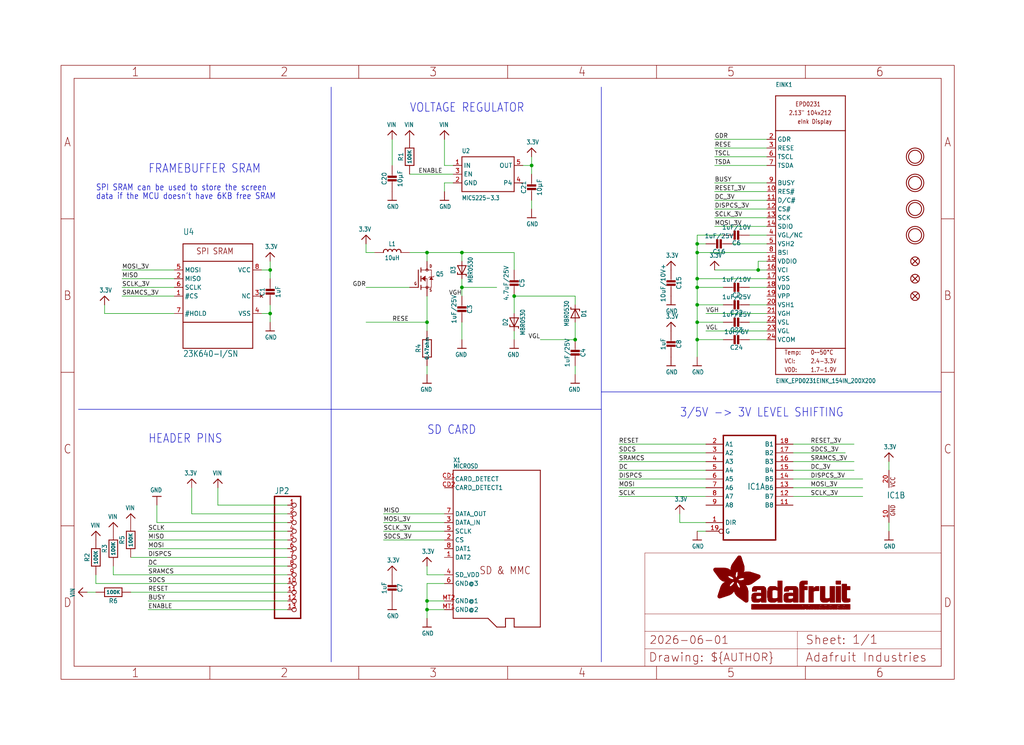
<source format=kicad_sch>
(kicad_sch (version 20230121) (generator eeschema)
  (paper "User" 298.45 217.322)
  (lib_symbols
    (symbol "working-eagle-import:3.3V" (power)
      (property "Value" "3.3V" (at -1.524 1.016 0))
      (symbol "3.3V_1_0"
        (pin power_in line (at 0 -2.54 90) (length 2.54) (name "3.3V") (number "1"))
      )
    )
    (symbol "working-eagle-import:74245TSSOP20"
      (property "Reference" "IC" (at -0.635 -0.635 0))
      (symbol "74245TSSOP20_1_0"
        (pin input line (at -12.7 -10.16 0) (length 5.08) (name "DIR") (number "1"))
        (pin bidirectional line (at 12.7 -5.08 180) (length 5.08) (name "B8") (number "11"))
        (pin bidirectional line (at 12.7 -2.54 180) (length 5.08) (name "B7") (number "12"))
        (pin bidirectional line (at 12.7 0 180) (length 5.08) (name "B6") (number "13"))
        (pin bidirectional line (at 12.7 2.54 180) (length 5.08) (name "B5") (number "14"))
        (pin bidirectional line (at 12.7 5.08 180) (length 5.08) (name "B4") (number "15"))
        (pin bidirectional line (at 12.7 7.62 180) (length 5.08) (name "B3") (number "16"))
        (pin bidirectional line (at 12.7 10.16 180) (length 5.08) (name "B2") (number "17"))
        (pin bidirectional line (at 12.7 12.7 180) (length 5.08) (name "B1") (number "18"))
        (pin input inverted (at -12.7 -12.7 0) (length 5.08) (name "G") (number "19"))
        (pin bidirectional line (at -12.7 12.7 0) (length 5.08) (name "A1") (number "2"))
        (pin bidirectional line (at -12.7 10.16 0) (length 5.08) (name "A2") (number "3"))
        (pin bidirectional line (at -12.7 7.62 0) (length 5.08) (name "A3") (number "4"))
        (pin bidirectional line (at -12.7 5.08 0) (length 5.08) (name "A4") (number "5"))
        (pin bidirectional line (at -12.7 2.54 0) (length 5.08) (name "A5") (number "6"))
        (pin bidirectional line (at -12.7 0 0) (length 5.08) (name "A6") (number "7"))
        (pin bidirectional line (at -12.7 -2.54 0) (length 5.08) (name "A7") (number "8"))
        (pin bidirectional line (at -12.7 -5.08 0) (length 5.08) (name "A8") (number "9"))
      )
      (symbol "74245TSSOP20_2_0"
        (text "GND" (at 1.905 -5.842 900) (effects (font (size 1.27 1.0795)) (justify left bottom)))
        (text "VCC" (at 1.905 2.54 900) (effects (font (size 1.27 1.0795)) (justify left bottom)))
        (pin power_in line (at 0 -7.62 90) (length 5.08) (name "GND") (number "10"))
        (pin power_in line (at 0 7.62 270) (length 5.08) (name "VCC") (number "20"))
      )
    )
    (symbol "working-eagle-import:CAP_CERAMIC0805-NOOUTLINE"
      (property "Reference" "C" (at -2.29 1.25 90))
      (symbol "CAP_CERAMIC0805-NOOUTLINE_1_0"
        (pin passive line (at 0 5.08 270) (length 2.54) (name "1") (number "1"))
        (pin passive line (at 0 -2.54 90) (length 2.54) (name "2") (number "2"))
      )
    )
    (symbol "working-eagle-import:CAP_CERAMIC0805_10MGAP"
      (property "Reference" "C" (at -2.29 1.25 90))
      (symbol "CAP_CERAMIC0805_10MGAP_1_0"
        (pin passive line (at 0 5.08 270) (length 2.54) (name "1") (number "1"))
        (pin passive line (at 0 -2.54 90) (length 2.54) (name "2") (number "2"))
      )
    )
    (symbol "working-eagle-import:DIODE-SCHOTTKYSOD-123"
      (property "Reference" "D" (at 0 2.54 0))
      (symbol "DIODE-SCHOTTKYSOD-123_1_0"
        (pin passive line (at -2.54 0 0) (length 2.54) (name "A") (number "A"))
        (pin passive line (at 2.54 0 180) (length 2.54) (name "C") (number "C"))
      )
    )
    (symbol "working-eagle-import:EINK_EPD0231EINK_154IN_200X200"
      (property "Reference" "EINK" (at -10.16 43.18 0))
      (symbol "EINK_EPD0231EINK_154IN_200X200_1_0"
        (text "0~~50°C" (at 0 -34.925 0) (effects (font (size 1.27 1.0795)) (justify left bottom)))
        (text "1.7-1.9V" (at 0 -40.005 0) (effects (font (size 1.27 1.0795)) (justify left bottom)))
        (text "2.13\" 104x212" (at -6.35 34.925 0) (effects (font (size 1.27 1.0795)) (justify left bottom)))
        (text "2.4-3.3V" (at 0 -37.465 0) (effects (font (size 1.27 1.0795)) (justify left bottom)))
        (text "eInk Display" (at -3.81 32.385 0) (effects (font (size 1.27 1.0795)) (justify left bottom)))
        (text "EPD0231" (at -4.445 37.465 0) (effects (font (size 1.27 1.0795)) (justify left bottom)))
        (text "Temp:" (at -7.62 -34.925 0) (effects (font (size 1.27 1.0795)) (justify left bottom)))
        (text "VCI:" (at -7.62 -37.465 0) (effects (font (size 1.27 1.0795)) (justify left bottom)))
        (text "VDD:" (at -7.62 -40.005 0) (effects (font (size 1.27 1.0795)) (justify left bottom)))
        (pin input line (at -12.7 12.7 0) (length 2.54) (name "RES#") (number "10"))
        (pin input line (at -12.7 10.16 0) (length 2.54) (name "D/C#") (number "11"))
        (pin input line (at -12.7 7.62 0) (length 2.54) (name "CS#") (number "12"))
        (pin bidirectional line (at -12.7 5.08 0) (length 2.54) (name "SCK") (number "13"))
        (pin bidirectional line (at -12.7 2.54 0) (length 2.54) (name "SDIO") (number "14"))
        (pin power_in line (at -12.7 -7.62 0) (length 2.54) (name "VDDIO") (number "15"))
        (pin power_in line (at -12.7 -10.16 0) (length 2.54) (name "VCI") (number "16"))
        (pin power_in line (at -12.7 -12.7 0) (length 2.54) (name "VSS") (number "17"))
        (pin passive line (at -12.7 -15.24 0) (length 2.54) (name "VDD") (number "18"))
        (pin passive line (at -12.7 -17.78 0) (length 2.54) (name "VPP") (number "19"))
        (pin output line (at -12.7 27.94 0) (length 2.54) (name "GDR") (number "2"))
        (pin passive line (at -12.7 -20.32 0) (length 2.54) (name "VSH1") (number "20"))
        (pin passive line (at -12.7 -22.86 0) (length 2.54) (name "VGH") (number "21"))
        (pin passive line (at -12.7 -25.4 0) (length 2.54) (name "VSL") (number "22"))
        (pin passive line (at -12.7 -27.94 0) (length 2.54) (name "VGL") (number "23"))
        (pin passive line (at -12.7 -30.48 0) (length 2.54) (name "VCOM") (number "24"))
        (pin input line (at -12.7 25.4 0) (length 2.54) (name "RESE") (number "3"))
        (pin bidirectional line (at -12.7 0 0) (length 2.54) (name "VGL/NC") (number "4"))
        (pin passive line (at -12.7 -2.54 0) (length 2.54) (name "VSH2") (number "5"))
        (pin output line (at -12.7 22.86 0) (length 2.54) (name "TSCL") (number "6"))
        (pin bidirectional line (at -12.7 20.32 0) (length 2.54) (name "TSDA") (number "7"))
        (pin input line (at -12.7 -5.08 0) (length 2.54) (name "BSI") (number "8"))
        (pin output line (at -12.7 15.24 0) (length 2.54) (name "BUSY") (number "9"))
      )
    )
    (symbol "working-eagle-import:FIDUCIAL_1MM")
    (symbol "working-eagle-import:FRAME_A4_ADAFRUIT"
      (symbol "FRAME_A4_ADAFRUIT_1_0"
        (text "${#}/${##}" (at 230.505 10.16 0) (effects (font (size 2.54 2.54)) (justify left bottom)))
        (text "${AUTHOR}" (at 189.23 5.08 0) (effects (font (size 2.286 2.286)) (justify left bottom)))
        (text "${CURRENT_DATE}" (at 171.45 10.16 0) (effects (font (size 2.286 2.286)) (justify left bottom)))
        (text "${PROJECTNAME}" (at 171.45 15.24 0) (effects (font (size 2.54 2.54)) (justify left bottom)))
        (text "1" (at 21.6958 1.905 0) (effects (font (size 2.54 2.286))))
        (text "1" (at 21.6958 177.165 0) (effects (font (size 2.54 2.286))))
        (text "2" (at 65.0875 1.905 0) (effects (font (size 2.54 2.286))))
        (text "2" (at 65.0875 177.165 0) (effects (font (size 2.54 2.286))))
        (text "3" (at 108.4792 1.905 0) (effects (font (size 2.54 2.286))))
        (text "3" (at 108.4792 177.165 0) (effects (font (size 2.54 2.286))))
        (text "4" (at 151.8708 1.905 0) (effects (font (size 2.54 2.286))))
        (text "4" (at 151.8708 177.165 0) (effects (font (size 2.54 2.286))))
        (text "5" (at 195.2625 1.905 0) (effects (font (size 2.54 2.286))))
        (text "5" (at 195.2625 177.165 0) (effects (font (size 2.54 2.286))))
        (text "6" (at 238.6542 1.905 0) (effects (font (size 2.54 2.286))))
        (text "6" (at 238.6542 177.165 0) (effects (font (size 2.54 2.286))))
        (text "A" (at 1.905 156.6863 0) (effects (font (size 2.54 2.286))))
        (text "A" (at 258.445 156.6863 0) (effects (font (size 2.54 2.286))))
        (text "Adafruit Industries" (at 216.916 4.953 0) (effects (font (size 2.54 2.54)) (justify left bottom)))
        (text "B" (at 1.905 111.9188 0) (effects (font (size 2.54 2.286))))
        (text "B" (at 258.445 111.9188 0) (effects (font (size 2.54 2.286))))
        (text "C" (at 1.905 67.1513 0) (effects (font (size 2.54 2.286))))
        (text "C" (at 258.445 67.1513 0) (effects (font (size 2.54 2.286))))
        (text "D" (at 1.905 22.3838 0) (effects (font (size 2.54 2.286))))
        (text "D" (at 258.445 22.3838 0) (effects (font (size 2.54 2.286))))
        (text "Drawing:" (at 171.196 4.953 0) (effects (font (size 2.54 2.54)) (justify left bottom)))
        (text "Sheet:" (at 216.916 10.033 0) (effects (font (size 2.54 2.54)) (justify left bottom)))
      )
    )
    (symbol "working-eagle-import:GND" (power)
      (property "Value" "GND" (at -1.524 -2.54 0))
      (symbol "GND_1_0"
        (pin power_in line (at 0 2.54 270) (length 2.54) (name "GND") (number "1"))
      )
    )
    (symbol "working-eagle-import:HEADER-1X13"
      (property "Reference" "JP" (at -6.35 18.415 0))
      (symbol "HEADER-1X13_1_0"
        (pin passive inverted (at -2.54 15.24 0) (length 2.54) (name "1") (number "1"))
        (pin passive inverted (at -2.54 -7.62 0) (length 2.54) (name "10") (number "10"))
        (pin passive inverted (at -2.54 -10.16 0) (length 2.54) (name "11") (number "11"))
        (pin passive inverted (at -2.54 -12.7 0) (length 2.54) (name "12") (number "12"))
        (pin passive inverted (at -2.54 -15.24 0) (length 2.54) (name "13") (number "13"))
        (pin passive inverted (at -2.54 12.7 0) (length 2.54) (name "2") (number "2"))
        (pin passive inverted (at -2.54 10.16 0) (length 2.54) (name "3") (number "3"))
        (pin passive inverted (at -2.54 7.62 0) (length 2.54) (name "4") (number "4"))
        (pin passive inverted (at -2.54 5.08 0) (length 2.54) (name "5") (number "5"))
        (pin passive inverted (at -2.54 2.54 0) (length 2.54) (name "6") (number "6"))
        (pin passive inverted (at -2.54 0 0) (length 2.54) (name "7") (number "7"))
        (pin passive inverted (at -2.54 -2.54 0) (length 2.54) (name "8") (number "8"))
        (pin passive inverted (at -2.54 -5.08 0) (length 2.54) (name "9") (number "9"))
      )
    )
    (symbol "working-eagle-import:INDUCTORNR401"
      (property "Reference" "L" (at 0 2.54 0))
      (symbol "INDUCTORNR401_1_0"
        (pin passive line (at -5.08 0 0) (length 2.54) (name "1") (number "P$1"))
        (pin passive line (at 5.08 0 180) (length 2.54) (name "2") (number "P$2"))
      )
    )
    (symbol "working-eagle-import:IRLML2060TRPBF"
      (property "Reference" "Q" (at 5.08 0.635 0))
      (symbol "IRLML2060TRPBF_1_0"
        (text "D" (at 3.175 3.175 0) (effects (font (size 0.8128 0.6908)) (justify left bottom)))
        (text "G" (at -1.27 -1.905 0) (effects (font (size 0.8128 0.6908)) (justify left bottom)))
        (text "S" (at 3.175 -3.81 0) (effects (font (size 0.8128 0.6908)) (justify left bottom)))
        (pin bidirectional line (at -2.54 -2.54 0) (length 2.54) (name "G") (number "1"))
        (pin bidirectional line (at 2.54 -5.08 90) (length 2.54) (name "S") (number "2"))
        (pin bidirectional line (at 2.54 5.08 270) (length 2.54) (name "D") (number "3"))
      )
    )
    (symbol "working-eagle-import:MICROSD"
      (property "Reference" "X" (at -12.7 22.606 0))
      (symbol "MICROSD_1_0"
        (text "SD & MMC" (at -5.08 -10.16 0) (effects (font (size 2.1844 1.8567)) (justify left bottom)))
        (pin bidirectional line (at -15.24 -5.08 0) (length 2.54) (name "DAT2") (number "1"))
        (pin input line (at -15.24 0 0) (length 2.54) (name "CS") (number "2"))
        (pin input line (at -15.24 5.08 0) (length 2.54) (name "DATA_IN") (number "3"))
        (pin power_in line (at -15.24 -10.16 0) (length 2.54) (name "SD_VDD") (number "4"))
        (pin input line (at -15.24 2.54 0) (length 2.54) (name "SCLK") (number "5"))
        (pin power_in line (at -15.24 -12.7 0) (length 2.54) (name "GND@3") (number "6"))
        (pin output line (at -15.24 7.62 0) (length 2.54) (name "DATA_OUT") (number "7"))
        (pin bidirectional line (at -15.24 -2.54 0) (length 2.54) (name "DAT1") (number "8"))
        (pin passive line (at -15.24 17.78 0) (length 2.54) (name "CARD_DETECT") (number "CD1"))
        (pin passive line (at -15.24 15.24 0) (length 2.54) (name "CARD_DETECT1") (number "CD2"))
        (pin power_in line (at -15.24 -20.32 0) (length 2.54) (name "GND@2") (number "MT1"))
        (pin power_in line (at -15.24 -17.78 0) (length 2.54) (name "GND@1") (number "MT2"))
      )
    )
    (symbol "working-eagle-import:MOUNTINGHOLE2.5")
    (symbol "working-eagle-import:RESISTOR0805_10MGAP"
      (property "Reference" "R" (at 0 2.54 0))
      (symbol "RESISTOR0805_10MGAP_1_0"
        (pin passive line (at -5.08 0 0) (length 2.54) (name "1") (number "1"))
        (pin passive line (at 5.08 0 180) (length 2.54) (name "2") (number "2"))
      )
    )
    (symbol "working-eagle-import:RESISTOR0805_NOOUTLINE"
      (property "Reference" "R" (at 0 2.54 0))
      (symbol "RESISTOR0805_NOOUTLINE_1_0"
        (pin passive line (at -5.08 0 0) (length 2.54) (name "1") (number "1"))
        (pin passive line (at 5.08 0 180) (length 2.54) (name "2") (number "2"))
      )
    )
    (symbol "working-eagle-import:SRAM_SPI_SOIC8"
      (property "Reference" "U" (at -10.16 17.78 0))
      (symbol "SRAM_SPI_SOIC8_1_0"
        (text "SPI SRAM" (at -6.35 12.065 0) (effects (font (size 1.778 1.5113)) (justify left bottom)))
        (pin input line (at -12.7 0 0) (length 2.54) (name "#CS") (number "1"))
        (pin output line (at -12.7 5.08 0) (length 2.54) (name "MISO") (number "2"))
        (pin no_connect line (at 12.7 0 180) (length 2.54) (name "NC") (number "3"))
        (pin power_in line (at 12.7 -5.08 180) (length 2.54) (name "VSS") (number "4"))
        (pin input line (at -12.7 7.62 0) (length 2.54) (name "MOSI") (number "5"))
        (pin input line (at -12.7 2.54 0) (length 2.54) (name "SCLK") (number "6"))
        (pin input line (at -12.7 -5.08 0) (length 2.54) (name "#HOLD") (number "7"))
        (pin power_in line (at 12.7 7.62 180) (length 2.54) (name "VCC") (number "8"))
      )
    )
    (symbol "working-eagle-import:VIN" (power)
      (property "Value" "VIN" (at -1.524 1.016 0))
      (symbol "VIN_1_0"
        (pin power_in line (at 0 -2.54 90) (length 2.54) (name "VIN") (number "1"))
      )
    )
    (symbol "working-eagle-import:VREG_SOT23-5"
      (property "Reference" "U" (at -7.62 6.096 0))
      (symbol "VREG_SOT23-5_1_0"
        (pin power_in line (at -10.16 2.54 0) (length 2.54) (name "IN") (number "1"))
        (pin power_in line (at -10.16 -2.54 0) (length 2.54) (name "GND") (number "2"))
        (pin input line (at -10.16 0 0) (length 2.54) (name "EN") (number "3"))
        (pin bidirectional line (at 10.16 -2.54 180) (length 2.54) (name "P4") (number "4"))
        (pin power_in line (at 10.16 2.54 180) (length 2.54) (name "OUT") (number "5"))
      )
    )
  )
  (junction (at 78.74 78.74))
  (junction (at 203.2 73.66))
  (junction (at 78.74 91.44))
  (junction (at 124.46 175.26))
  (junction (at 134.62 73.66))
  (junction (at 134.62 83.82))
  (junction (at 203.2 81.28))
  (junction (at 124.46 73.66))
  (junction (at 203.2 83.82))
  (junction (at 203.2 93.98))
  (junction (at 124.46 177.8))
  (junction (at 124.46 93.98))
  (junction (at 203.2 99.06))
  (junction (at 203.2 71.12))
  (junction (at 167.64 99.06))
  (junction (at 154.94 48.26))
  (junction (at 220.98 78.74))
  (junction (at 149.86 86.36))
  (junction (at 203.2 88.9))
  (wire (pts (xy 129.54 53.34) (xy 129.54 55.88)) (stroke (width 0.1524)))
  (wire (pts (xy 231.14 144.78) (xy 251.46 144.78)) (stroke (width 0.1524)))
  (wire (pts (xy 203.2 71.12) (xy 205.74 71.12)) (stroke (width 0.1524)))
  (wire (pts (xy 154.94 48.26) (xy 154.94 45.72)) (stroke (width 0.1524)))
  (wire (pts (xy 203.2 88.9) (xy 203.2 83.82)) (stroke (width 0.1524)))
  (wire (pts (xy 83.82 154.94) (xy 43.18 154.94)) (stroke (width 0.1524)))
  (wire (pts (xy 63.5 147.32) (xy 83.82 147.32)) (stroke (width 0.1524)))
  (wire (pts (xy 203.2 99.06) (xy 203.2 93.98)) (stroke (width 0.1524)))
  (wire (pts (xy 134.62 93.98) (xy 134.62 99.06)) (stroke (width 0.1524)))
  (wire (pts (xy 111.76 152.4) (xy 129.54 152.4)) (stroke (width 0.1524)))
  (polyline (pts (xy 175.26 25.4) (xy 175.26 114.3)) (stroke (width 0.1524) (type solid)))
  (wire (pts (xy 124.46 73.66) (xy 134.62 73.66)) (stroke (width 0.1524)))
  (polyline (pts (xy 175.26 114.3) (xy 175.26 119.38)) (stroke (width 0.1524) (type solid)))
  (wire (pts (xy 167.64 88.9) (xy 167.64 86.36)) (stroke (width 0.1524)))
  (wire (pts (xy 210.82 88.9) (xy 203.2 88.9)) (stroke (width 0.1524)))
  (wire (pts (xy 210.82 68.58) (xy 203.2 68.58)) (stroke (width 0.1524)))
  (wire (pts (xy 167.64 99.06) (xy 167.64 93.98)) (stroke (width 0.1524)))
  (wire (pts (xy 180.34 144.78) (xy 205.74 144.78)) (stroke (width 0.1524)))
  (wire (pts (xy 129.54 175.26) (xy 124.46 175.26)) (stroke (width 0.1524)))
  (wire (pts (xy 149.86 91.44) (xy 149.86 86.36)) (stroke (width 0.1524)))
  (wire (pts (xy 223.52 66.04) (xy 208.28 66.04)) (stroke (width 0.1524)))
  (wire (pts (xy 132.08 53.34) (xy 129.54 53.34)) (stroke (width 0.1524)))
  (wire (pts (xy 124.46 93.98) (xy 106.68 93.98)) (stroke (width 0.1524)))
  (wire (pts (xy 210.82 93.98) (xy 203.2 93.98)) (stroke (width 0.1524)))
  (wire (pts (xy 63.5 147.32) (xy 63.5 142.24)) (stroke (width 0.1524)))
  (wire (pts (xy 55.88 149.86) (xy 55.88 142.24)) (stroke (width 0.1524)))
  (wire (pts (xy 152.4 48.26) (xy 154.94 48.26)) (stroke (width 0.1524)))
  (wire (pts (xy 259.08 134.62) (xy 259.08 137.16)) (stroke (width 0.1524)))
  (wire (pts (xy 45.72 152.4) (xy 83.82 152.4)) (stroke (width 0.1524)))
  (polyline (pts (xy 96.52 119.38) (xy 175.26 119.38)) (stroke (width 0.1524) (type solid)))
  (wire (pts (xy 205.74 142.24) (xy 180.34 142.24)) (stroke (width 0.1524)))
  (wire (pts (xy 223.52 76.2) (xy 220.98 76.2)) (stroke (width 0.1524)))
  (wire (pts (xy 223.52 68.58) (xy 218.44 68.58)) (stroke (width 0.1524)))
  (wire (pts (xy 124.46 170.18) (xy 124.46 175.26)) (stroke (width 0.1524)))
  (polyline (pts (xy 96.52 119.38) (xy 96.52 193.04)) (stroke (width 0.1524) (type solid)))
  (wire (pts (xy 50.8 91.44) (xy 30.48 91.44)) (stroke (width 0.1524)))
  (wire (pts (xy 231.14 137.16) (xy 248.92 137.16)) (stroke (width 0.1524)))
  (wire (pts (xy 167.64 109.22) (xy 167.64 106.68)) (stroke (width 0.1524)))
  (wire (pts (xy 210.82 83.82) (xy 203.2 83.82)) (stroke (width 0.1524)))
  (wire (pts (xy 78.74 88.9) (xy 78.74 91.44)) (stroke (width 0.1524)))
  (wire (pts (xy 231.14 129.54) (xy 248.92 129.54)) (stroke (width 0.1524)))
  (wire (pts (xy 208.28 45.72) (xy 223.52 45.72)) (stroke (width 0.1524)))
  (wire (pts (xy 220.98 78.74) (xy 208.28 78.74)) (stroke (width 0.1524)))
  (wire (pts (xy 50.8 81.28) (xy 35.56 81.28)) (stroke (width 0.1524)))
  (polyline (pts (xy 175.26 114.3) (xy 274.32 114.3)) (stroke (width 0.1524) (type solid)))
  (wire (pts (xy 106.68 71.12) (xy 106.68 73.66)) (stroke (width 0.1524)))
  (wire (pts (xy 134.62 86.36) (xy 134.62 83.82)) (stroke (width 0.1524)))
  (wire (pts (xy 35.56 86.36) (xy 50.8 86.36)) (stroke (width 0.1524)))
  (polyline (pts (xy 175.26 119.38) (xy 175.26 193.04)) (stroke (width 0.1524) (type solid)))
  (wire (pts (xy 124.46 175.26) (xy 124.46 177.8)) (stroke (width 0.1524)))
  (wire (pts (xy 45.72 147.32) (xy 45.72 152.4)) (stroke (width 0.1524)))
  (wire (pts (xy 203.2 81.28) (xy 203.2 73.66)) (stroke (width 0.1524)))
  (wire (pts (xy 132.08 48.26) (xy 129.54 48.26)) (stroke (width 0.1524)))
  (wire (pts (xy 223.52 83.82) (xy 218.44 83.82)) (stroke (width 0.1524)))
  (wire (pts (xy 134.62 73.66) (xy 134.62 76.2)) (stroke (width 0.1524)))
  (wire (pts (xy 129.54 167.64) (xy 124.46 167.64)) (stroke (width 0.1524)))
  (wire (pts (xy 154.94 58.42) (xy 154.94 60.96)) (stroke (width 0.1524)))
  (wire (pts (xy 124.46 86.36) (xy 124.46 93.98)) (stroke (width 0.1524)))
  (wire (pts (xy 231.14 139.7) (xy 251.46 139.7)) (stroke (width 0.1524)))
  (wire (pts (xy 210.82 99.06) (xy 203.2 99.06)) (stroke (width 0.1524)))
  (wire (pts (xy 149.86 96.52) (xy 149.86 99.06)) (stroke (width 0.1524)))
  (polyline (pts (xy 96.52 25.4) (xy 96.52 119.38)) (stroke (width 0.1524) (type solid)))
  (wire (pts (xy 35.56 78.74) (xy 50.8 78.74)) (stroke (width 0.1524)))
  (wire (pts (xy 38.1 172.72) (xy 83.82 172.72)) (stroke (width 0.1524)))
  (wire (pts (xy 223.52 58.42) (xy 208.28 58.42)) (stroke (width 0.1524)))
  (wire (pts (xy 124.46 109.22) (xy 124.46 106.68)) (stroke (width 0.1524)))
  (wire (pts (xy 27.94 172.72) (xy 25.4 172.72)) (stroke (width 0.1524)))
  (wire (pts (xy 129.54 149.86) (xy 111.76 149.86)) (stroke (width 0.1524)))
  (wire (pts (xy 83.82 157.48) (xy 43.18 157.48)) (stroke (width 0.1524)))
  (wire (pts (xy 129.54 48.26) (xy 129.54 40.64)) (stroke (width 0.1524)))
  (wire (pts (xy 208.28 60.96) (xy 223.52 60.96)) (stroke (width 0.1524)))
  (wire (pts (xy 208.28 55.88) (xy 223.52 55.88)) (stroke (width 0.1524)))
  (wire (pts (xy 76.2 78.74) (xy 78.74 78.74)) (stroke (width 0.1524)))
  (wire (pts (xy 106.68 83.82) (xy 119.38 83.82)) (stroke (width 0.1524)))
  (wire (pts (xy 223.52 96.52) (xy 205.74 96.52)) (stroke (width 0.1524)))
  (wire (pts (xy 134.62 81.28) (xy 134.62 83.82)) (stroke (width 0.1524)))
  (wire (pts (xy 205.74 137.16) (xy 180.34 137.16)) (stroke (width 0.1524)))
  (wire (pts (xy 83.82 167.64) (xy 33.02 167.64)) (stroke (width 0.1524)))
  (wire (pts (xy 223.52 71.12) (xy 213.36 71.12)) (stroke (width 0.1524)))
  (wire (pts (xy 218.44 93.98) (xy 223.52 93.98)) (stroke (width 0.1524)))
  (wire (pts (xy 83.82 177.8) (xy 43.18 177.8)) (stroke (width 0.1524)))
  (wire (pts (xy 83.82 170.18) (xy 27.94 170.18)) (stroke (width 0.1524)))
  (wire (pts (xy 231.14 142.24) (xy 251.46 142.24)) (stroke (width 0.1524)))
  (wire (pts (xy 78.74 78.74) (xy 78.74 81.28)) (stroke (width 0.1524)))
  (wire (pts (xy 132.08 50.8) (xy 119.38 50.8)) (stroke (width 0.1524)))
  (wire (pts (xy 203.2 68.58) (xy 203.2 71.12)) (stroke (width 0.1524)))
  (wire (pts (xy 198.12 152.4) (xy 198.12 149.86)) (stroke (width 0.1524)))
  (wire (pts (xy 208.28 48.26) (xy 223.52 48.26)) (stroke (width 0.1524)))
  (wire (pts (xy 83.82 160.02) (xy 43.18 160.02)) (stroke (width 0.1524)))
  (wire (pts (xy 167.64 86.36) (xy 149.86 86.36)) (stroke (width 0.1524)))
  (wire (pts (xy 30.48 91.44) (xy 30.48 88.9)) (stroke (width 0.1524)))
  (wire (pts (xy 180.34 139.7) (xy 205.74 139.7)) (stroke (width 0.1524)))
  (wire (pts (xy 27.94 170.18) (xy 27.94 167.64)) (stroke (width 0.1524)))
  (wire (pts (xy 124.46 167.64) (xy 124.46 165.1)) (stroke (width 0.1524)))
  (wire (pts (xy 124.46 177.8) (xy 124.46 180.34)) (stroke (width 0.1524)))
  (wire (pts (xy 124.46 73.66) (xy 119.38 73.66)) (stroke (width 0.1524)))
  (wire (pts (xy 223.52 73.66) (xy 203.2 73.66)) (stroke (width 0.1524)))
  (wire (pts (xy 218.44 88.9) (xy 223.52 88.9)) (stroke (width 0.1524)))
  (wire (pts (xy 220.98 76.2) (xy 220.98 78.74)) (stroke (width 0.1524)))
  (wire (pts (xy 83.82 149.86) (xy 55.88 149.86)) (stroke (width 0.1524)))
  (wire (pts (xy 76.2 91.44) (xy 78.74 91.44)) (stroke (width 0.1524)))
  (wire (pts (xy 157.48 99.06) (xy 167.64 99.06)) (stroke (width 0.1524)))
  (wire (pts (xy 205.74 132.08) (xy 180.34 132.08)) (stroke (width 0.1524)))
  (wire (pts (xy 203.2 154.94) (xy 205.74 154.94)) (stroke (width 0.1524)))
  (wire (pts (xy 111.76 154.94) (xy 129.54 154.94)) (stroke (width 0.1524)))
  (wire (pts (xy 203.2 104.14) (xy 203.2 99.06)) (stroke (width 0.1524)))
  (wire (pts (xy 218.44 99.06) (xy 223.52 99.06)) (stroke (width 0.1524)))
  (wire (pts (xy 129.54 157.48) (xy 111.76 157.48)) (stroke (width 0.1524)))
  (wire (pts (xy 149.86 73.66) (xy 149.86 78.74)) (stroke (width 0.1524)))
  (wire (pts (xy 129.54 170.18) (xy 124.46 170.18)) (stroke (width 0.1524)))
  (wire (pts (xy 144.78 83.82) (xy 134.62 83.82)) (stroke (width 0.1524)))
  (polyline (pts (xy 22.86 119.38) (xy 96.52 119.38)) (stroke (width 0.1524) (type solid)))
  (wire (pts (xy 83.82 162.56) (xy 38.1 162.56)) (stroke (width 0.1524)))
  (wire (pts (xy 203.2 83.82) (xy 203.2 81.28)) (stroke (width 0.1524)))
  (wire (pts (xy 43.18 175.26) (xy 83.82 175.26)) (stroke (width 0.1524)))
  (wire (pts (xy 35.56 83.82) (xy 50.8 83.82)) (stroke (width 0.1524)))
  (wire (pts (xy 106.68 73.66) (xy 109.22 73.66)) (stroke (width 0.1524)))
  (wire (pts (xy 231.14 134.62) (xy 248.92 134.62)) (stroke (width 0.1524)))
  (wire (pts (xy 208.28 43.18) (xy 223.52 43.18)) (stroke (width 0.1524)))
  (wire (pts (xy 220.98 78.74) (xy 223.52 78.74)) (stroke (width 0.1524)))
  (wire (pts (xy 208.28 63.5) (xy 223.52 63.5)) (stroke (width 0.1524)))
  (wire (pts (xy 223.52 53.34) (xy 208.28 53.34)) (stroke (width 0.1524)))
  (wire (pts (xy 114.3 40.64) (xy 114.3 48.26)) (stroke (width 0.1524)))
  (wire (pts (xy 205.74 134.62) (xy 180.34 134.62)) (stroke (width 0.1524)))
  (wire (pts (xy 154.94 48.26) (xy 154.94 50.8)) (stroke (width 0.1524)))
  (wire (pts (xy 223.52 91.44) (xy 205.74 91.44)) (stroke (width 0.1524)))
  (wire (pts (xy 203.2 73.66) (xy 203.2 71.12)) (stroke (width 0.1524)))
  (wire (pts (xy 124.46 76.2) (xy 124.46 73.66)) (stroke (width 0.1524)))
  (wire (pts (xy 231.14 132.08) (xy 246.38 132.08)) (stroke (width 0.1524)))
  (wire (pts (xy 134.62 73.66) (xy 149.86 73.66)) (stroke (width 0.1524)))
  (wire (pts (xy 203.2 93.98) (xy 203.2 88.9)) (stroke (width 0.1524)))
  (wire (pts (xy 205.74 152.4) (xy 198.12 152.4)) (stroke (width 0.1524)))
  (wire (pts (xy 43.18 165.1) (xy 83.82 165.1)) (stroke (width 0.1524)))
  (wire (pts (xy 259.08 154.94) (xy 259.08 152.4)) (stroke (width 0.1524)))
  (wire (pts (xy 124.46 96.52) (xy 124.46 93.98)) (stroke (width 0.1524)))
  (wire (pts (xy 223.52 40.64) (xy 208.28 40.64)) (stroke (width 0.1524)))
  (wire (pts (xy 205.74 129.54) (xy 180.34 129.54)) (stroke (width 0.1524)))
  (wire (pts (xy 129.54 177.8) (xy 124.46 177.8)) (stroke (width 0.1524)))
  (wire (pts (xy 78.74 78.74) (xy 78.74 76.2)) (stroke (width 0.1524)))
  (wire (pts (xy 33.02 167.64) (xy 33.02 165.1)) (stroke (width 0.1524)))
  (wire (pts (xy 78.74 91.44) (xy 78.74 93.98)) (stroke (width 0.1524)))
  (wire (pts (xy 223.52 81.28) (xy 203.2 81.28)) (stroke (width 0.1524)))
  (text "HEADER PINS" (at 43.18 129.54 0) (effects (font (size 2.54 2.159)) (justify left bottom)))
  (text "VOLTAGE REGULATOR" (at 119.38 33.02 0) (effects (font (size 2.54 2.159)) (justify left bottom)))
  (text "SPI SRAM can be used to store the screen" (at 27.94 55.88 0) (effects (font (size 1.778 1.5113)) (justify left bottom)))
  (text "FRAMEBUFFER SRAM" (at 43.18 50.8 0) (effects (font (size 2.54 2.159)) (justify left bottom)))
  (text "3/5V -> 3V LEVEL SHIFTING" (at 198.12 121.92 0) (effects (font (size 2.54 2.159)) (justify left bottom)))
  (text "SD CARD" (at 124.46 127 0) (effects (font (size 2.54 2.159)) (justify left bottom)))
  (text "data if the MCU doesn't have 6KB free SRAM" (at 27.94 58.42 0) (effects (font (size 1.778 1.5113)) (justify left bottom)))
  (label "MISO" (at 35.56 81.28 0) (effects (font (size 1.2446 1.2446))))
  (label "DISPCS_3V" (at 236.22 139.7 0) (effects (font (size 1.2446 1.2446))))
  (label "RESE" (at 208.28 43.18 0) (effects (font (size 1.2446 1.2446))))
  (label "DC" (at 180.34 137.16 0) (effects (font (size 1.2446 1.2446))))
  (label "VGL" (at 205.74 96.52 0) (effects (font (size 1.2446 1.2446))))
  (label "MISO" (at 43.18 157.48 0) (effects (font (size 1.2446 1.2446))))
  (label "DC_3V" (at 208.28 58.42 0) (effects (font (size 1.2446 1.2446))))
  (label "GDR" (at 208.28 40.64 0) (effects (font (size 1.2446 1.2446))))
  (label "MOSI_3V" (at 236.22 142.24 0) (effects (font (size 1.2446 1.2446))))
  (label "SCLK_3V" (at 208.28 63.5 0) (effects (font (size 1.2446 1.2446))))
  (label "MOSI_3V" (at 111.76 152.4 0) (effects (font (size 1.2446 1.2446))))
  (label "SDCS" (at 43.18 170.18 0) (effects (font (size 1.2446 1.2446))))
  (label "ENABLE" (at 43.18 177.8 0) (effects (font (size 1.2446 1.2446))))
  (label "MOSI" (at 43.18 160.02 0) (effects (font (size 1.2446 1.2446))))
  (label "SRAMCS_3V" (at 236.22 134.62 0) (effects (font (size 1.2446 1.2446))))
  (label "MOSI_3V" (at 35.56 78.74 0) (effects (font (size 1.2446 1.2446))))
  (label "SRAMCS" (at 180.34 134.62 0) (effects (font (size 1.2446 1.2446))))
  (label "SCLK_3V" (at 35.56 83.82 0) (effects (font (size 1.2446 1.2446))))
  (label "RESET" (at 43.18 172.72 0) (effects (font (size 1.2446 1.2446))))
  (label "SRAMCS_3V" (at 35.56 86.36 0) (effects (font (size 1.2446 1.2446))))
  (label "MISO" (at 111.76 149.86 0) (effects (font (size 1.2446 1.2446))))
  (label "SRAMCS" (at 43.18 167.64 0) (effects (font (size 1.2446 1.2446))))
  (label "MOSI_3V" (at 208.28 66.04 0) (effects (font (size 1.2446 1.2446))))
  (label "MOSI" (at 180.34 142.24 0) (effects (font (size 1.2446 1.2446))))
  (label "BUSY" (at 43.18 175.26 0) (effects (font (size 1.2446 1.2446))))
  (label "DISPCS" (at 43.18 162.56 0) (effects (font (size 1.2446 1.2446))))
  (label "GDR" (at 106.68 83.82 180) (effects (font (size 1.2446 1.2446))))
  (label "SDCS_3V" (at 236.22 132.08 0) (effects (font (size 1.2446 1.2446))))
  (label "SCLK" (at 43.18 154.94 0) (effects (font (size 1.2446 1.2446))))
  (label "RESE" (at 114.3 93.98 0) (effects (font (size 1.2446 1.2446))))
  (label "VGH" (at 134.62 86.36 180) (effects (font (size 1.2446 1.2446))))
  (label "TSDA" (at 208.28 48.26 0) (effects (font (size 1.2446 1.2446))))
  (label "SDCS" (at 180.34 132.08 0) (effects (font (size 1.2446 1.2446))))
  (label "SCLK" (at 180.34 144.78 0) (effects (font (size 1.2446 1.2446))))
  (label "SCLK_3V" (at 111.76 154.94 0) (effects (font (size 1.2446 1.2446))))
  (label "DISPCS" (at 180.34 139.7 0) (effects (font (size 1.2446 1.2446))))
  (label "SDCS_3V" (at 111.76 157.48 0) (effects (font (size 1.2446 1.2446))))
  (label "SCLK_3V" (at 236.22 144.78 0) (effects (font (size 1.2446 1.2446))))
  (label "RESET" (at 180.34 129.54 0) (effects (font (size 1.2446 1.2446))))
  (label "VGH" (at 205.74 91.44 0) (effects (font (size 1.2446 1.2446))))
  (label "DISPCS_3V" (at 208.28 60.96 0) (effects (font (size 1.2446 1.2446))))
  (label "DC_3V" (at 236.22 137.16 0) (effects (font (size 1.2446 1.2446))))
  (label "DC" (at 43.18 165.1 0) (effects (font (size 1.2446 1.2446))))
  (label "ENABLE" (at 121.92 50.8 0) (effects (font (size 1.2446 1.2446))))
  (label "BUSY" (at 208.28 53.34 0) (effects (font (size 1.2446 1.2446))))
  (label "RESET_3V" (at 208.28 55.88 0) (effects (font (size 1.2446 1.2446))))
  (label "RESET_3V" (at 236.22 129.54 0) (effects (font (size 1.2446 1.2446))))
  (label "TSCL" (at 208.28 45.72 0) (effects (font (size 1.2446 1.2446))))
  (label "VGL" (at 157.48 99.06 180) (effects (font (size 1.2446 1.2446))))
  (symbol (lib_id "working-eagle-import:GND") (at 78.74 96.52 0) (unit 1)
    (property "Reference" "#U$25" (effects hide))
    (property "Value" "GND" (at 77.216 99.06 0) (effects (font (size 1.27 1.0795)) (justify left bottom)))
  )
  (symbol (lib_id "working-eagle-import:CAP_CERAMIC0805-NOOUTLINE") (at 114.3 172.72 0) (mirror y) (unit 1)
    (property "Reference" "C7" (at 116.59 171.47 90))
    (property "Value" "1uF" (at 112 171.47 90))
    (property "Footprint" "working:0805-NO" (effects hide))
  )
  (symbol (lib_id "working-eagle-import:CAP_CERAMIC0805-NOOUTLINE") (at 167.64 104.14 0) (mirror y) (unit 1)
    (property "Reference" "C4" (at 169.93 102.89 90))
    (property "Value" "1uF/25V" (at 165.34 102.89 90))
    (property "Footprint" "working:0805-NO" (effects hide))
  )
  (symbol (lib_id "working-eagle-import:VIN") (at 33.02 152.4 0) (unit 1)
    (property "Reference" "#U$34" (effects hide))
    (property "Value" "VIN" (at 31.496 151.384 0) (effects (font (size 1.27 1.0795)) (justify left bottom)))
  )
  (symbol (lib_id "working-eagle-import:MICROSD") (at 144.78 157.48 0) (unit 1)
    (property "Reference" "X1" (at 132.08 134.874 0) (effects (font (size 1.27 1.0795)) (justify left bottom)))
    (property "Value" "MICROSD" (at 132.08 136.652 0) (effects (font (size 1.27 1.0795)) (justify left bottom)))
    (property "Footprint" "working:MICROSD" (effects hide))
  )
  (symbol (lib_id "working-eagle-import:CAP_CERAMIC0805-NOOUTLINE") (at 114.3 53.34 0) (unit 1)
    (property "Reference" "C20" (at 112.01 52.09 90))
    (property "Value" "10µF" (at 116.6 52.09 90))
    (property "Footprint" "working:0805-NO" (effects hide))
  )
  (symbol (lib_id "working-eagle-import:CAP_CERAMIC0805-NOOUTLINE") (at 215.9 88.9 90) (unit 1)
    (property "Reference" "C22" (at 214.65 91.19 90))
    (property "Value" "1uF/25V" (at 214.65 86.6 90))
    (property "Footprint" "working:0805-NO" (effects hide))
  )
  (symbol (lib_id "working-eagle-import:RESISTOR0805_NOOUTLINE") (at 33.02 160.02 90) (unit 1)
    (property "Reference" "R3" (at 30.48 160.02 0))
    (property "Value" "100K" (at 33.02 160.02 0) (effects (font (size 1.016 1.016) bold)))
    (property "Footprint" "working:0805-NO" (effects hide))
  )
  (symbol (lib_id "working-eagle-import:VIN") (at 119.38 38.1 0) (unit 1)
    (property "Reference" "#U$30" (effects hide))
    (property "Value" "VIN" (at 117.856 37.084 0) (effects (font (size 1.27 1.0795)) (justify left bottom)))
  )
  (symbol (lib_id "working-eagle-import:INDUCTORNR401") (at 114.3 73.66 0) (mirror y) (unit 1)
    (property "Reference" "L1" (at 114.3 71.12 0) (effects (font (size 1.27 1.0795))))
    (property "Value" "10uH" (at 114.3 75.2 0) (effects (font (size 1.27 1.0795))))
    (property "Footprint" "working:INDUCTOR_4X4MM_NR401" (effects hide))
  )
  (symbol (lib_id "working-eagle-import:3.3V") (at 114.3 165.1 0) (unit 1)
    (property "Reference" "#U$40" (effects hide))
    (property "Value" "3.3V" (at 112.776 164.084 0) (effects (font (size 1.27 1.0795)) (justify left bottom)))
  )
  (symbol (lib_id "working-eagle-import:VIN") (at 22.86 172.72 90) (unit 1)
    (property "Reference" "#U$19" (effects hide))
    (property "Value" "VIN" (at 21.844 174.244 0) (effects (font (size 1.27 1.0795)) (justify left bottom)))
  )
  (symbol (lib_id "working-eagle-import:CAP_CERAMIC0805-NOOUTLINE") (at 154.94 55.88 0) (unit 1)
    (property "Reference" "C21" (at 152.65 54.63 90))
    (property "Value" "10µF" (at 157.24 54.63 90))
    (property "Footprint" "working:0805-NO" (effects hide))
  )
  (symbol (lib_id "working-eagle-import:GND") (at 154.94 63.5 0) (unit 1)
    (property "Reference" "#U$23" (effects hide))
    (property "Value" "GND" (at 153.416 66.04 0) (effects (font (size 1.27 1.0795)) (justify left bottom)))
  )
  (symbol (lib_id "working-eagle-import:CAP_CERAMIC0805-NOOUTLINE") (at 215.9 93.98 90) (unit 1)
    (property "Reference" "C23" (at 214.65 96.27 90))
    (property "Value" "1uF/25V" (at 214.65 91.68 90))
    (property "Footprint" "working:0805-NO" (effects hide))
  )
  (symbol (lib_id "working-eagle-import:GND") (at 114.3 177.8 0) (unit 1)
    (property "Reference" "#U$39" (effects hide))
    (property "Value" "GND" (at 112.776 180.34 0) (effects (font (size 1.27 1.0795)) (justify left bottom)))
  )
  (symbol (lib_id "working-eagle-import:CAP_CERAMIC0805-NOOUTLINE") (at 195.58 101.6 0) (mirror y) (unit 1)
    (property "Reference" "C8" (at 197.87 100.35 90))
    (property "Value" "1uF" (at 193.28 100.35 90))
    (property "Footprint" "working:0805-NO" (effects hide))
  )
  (symbol (lib_id "working-eagle-import:3.3V") (at 195.58 76.2 0) (unit 1)
    (property "Reference" "#U$37" (effects hide))
    (property "Value" "3.3V" (at 194.056 75.184 0) (effects (font (size 1.27 1.0795)) (justify left bottom)))
  )
  (symbol (lib_id "working-eagle-import:74245TSSOP20") (at 259.08 144.78 0) (unit 2)
    (property "Reference" "IC1" (at 258.445 145.415 0) (effects (font (size 1.778 1.5113)) (justify left bottom)))
    (property "Value" "74245TSSOP20" (effects hide))
    (property "Footprint" "working:TSSOP20" (effects hide))
  )
  (symbol (lib_id "working-eagle-import:VIN") (at 27.94 154.94 0) (unit 1)
    (property "Reference" "#U$33" (effects hide))
    (property "Value" "VIN" (at 26.416 153.924 0) (effects (font (size 1.27 1.0795)) (justify left bottom)))
  )
  (symbol (lib_id "working-eagle-import:VREG_SOT23-5") (at 142.24 50.8 0) (unit 1)
    (property "Reference" "U2" (at 134.62 44.704 0) (effects (font (size 1.27 1.0795)) (justify left bottom)))
    (property "Value" "MIC5225-3.3" (at 134.62 58.42 0) (effects (font (size 1.27 1.0795)) (justify left bottom)))
    (property "Footprint" "working:SOT23-5" (effects hide))
  )
  (symbol (lib_id "working-eagle-import:3.3V") (at 195.58 93.98 0) (unit 1)
    (property "Reference" "#U$41" (effects hide))
    (property "Value" "3.3V" (at 194.056 92.964 0) (effects (font (size 1.27 1.0795)) (justify left bottom)))
  )
  (symbol (lib_id "working-eagle-import:GND") (at 195.58 106.68 0) (unit 1)
    (property "Reference" "#U$42" (effects hide))
    (property "Value" "GND" (at 194.056 109.22 0) (effects (font (size 1.27 1.0795)) (justify left bottom)))
  )
  (symbol (lib_id "working-eagle-import:3.3V") (at 55.88 139.7 0) (mirror y) (unit 1)
    (property "Reference" "#U$27" (effects hide))
    (property "Value" "3.3V" (at 57.404 138.684 0) (effects (font (size 1.27 1.0795)) (justify left bottom)))
  )
  (symbol (lib_id "working-eagle-import:FIDUCIAL_1MM") (at 266.7 81.28 90) (unit 1)
    (property "Reference" "FID1" (effects hide))
    (property "Value" "FIDUCIAL_1MM" (effects hide))
    (property "Footprint" "working:FIDUCIAL_1MM" (effects hide))
  )
  (symbol (lib_id "working-eagle-import:GND") (at 124.46 182.88 0) (unit 1)
    (property "Reference" "#U$32" (effects hide))
    (property "Value" "GND" (at 122.936 185.42 0) (effects (font (size 1.27 1.0795)) (justify left bottom)))
  )
  (symbol (lib_id "working-eagle-import:IRLML2060TRPBF") (at 121.92 81.28 0) (unit 1)
    (property "Reference" "Q5" (at 127 80.645 0) (effects (font (size 1.27 1.0795)) (justify left bottom)))
    (property "Value" "IRLML2060TRPBF" (effects hide))
    (property "Footprint" "working:SOT23-3" (effects hide))
  )
  (symbol (lib_id "working-eagle-import:CAP_CERAMIC0805-NOOUTLINE") (at 195.58 81.28 180) (unit 1)
    (property "Reference" "C15" (at 197.87 82.53 90))
    (property "Value" "10uF/10V+" (at 193.28 82.53 90))
    (property "Footprint" "working:0805-NO" (effects hide))
  )
  (symbol (lib_id "working-eagle-import:GND") (at 134.62 101.6 0) (mirror y) (unit 1)
    (property "Reference" "#U$14" (effects hide))
    (property "Value" "GND" (at 136.144 104.14 0) (effects (font (size 1.27 1.0795)) (justify left bottom)))
  )
  (symbol (lib_id "working-eagle-import:RESISTOR0805_10MGAP") (at 124.46 101.6 90) (mirror x) (unit 1)
    (property "Reference" "R4" (at 121.92 101.6 0))
    (property "Value" "0.47ohm" (at 124.46 101.6 0) (effects (font (size 1.016 1.016) bold)))
    (property "Footprint" "working:0805_10MGAP" (effects hide))
  )
  (symbol (lib_id "working-eagle-import:CAP_CERAMIC0805-NOOUTLINE") (at 215.9 68.58 90) (unit 1)
    (property "Reference" "C6" (at 214.65 70.87 90))
    (property "Value" "1uF/10V" (at 214.65 66.28 90))
    (property "Footprint" "working:0805-NO" (effects hide))
  )
  (symbol (lib_id "working-eagle-import:EINK_EPD0231EINK_154IN_200X200") (at 236.22 68.58 0) (unit 1)
    (property "Reference" "EINK1" (at 226.06 25.4 0) (effects (font (size 1.27 1.0795)) (justify left bottom)))
    (property "Value" "EINK_EPD0231EINK_154IN_200X200" (at 226.06 111.76 0) (effects (font (size 1.27 1.0795)) (justify left bottom)))
    (property "Footprint" "working:EINK_154IN" (effects hide))
  )
  (symbol (lib_id "working-eagle-import:3.3V") (at 208.28 76.2 0) (unit 1)
    (property "Reference" "#U$36" (effects hide))
    (property "Value" "3.3V" (at 206.756 75.184 0) (effects (font (size 1.27 1.0795)) (justify left bottom)))
  )
  (symbol (lib_id "working-eagle-import:CAP_CERAMIC0805_10MGAP") (at 78.74 86.36 0) (unit 1)
    (property "Reference" "C1" (at 76.45 85.11 90))
    (property "Value" "1uF" (at 81.04 85.11 90))
    (property "Footprint" "working:0805_10MGAP" (effects hide))
  )
  (symbol (lib_id "working-eagle-import:CAP_CERAMIC0805-NOOUTLINE") (at 149.86 83.82 0) (mirror y) (unit 1)
    (property "Reference" "C5" (at 152.15 82.57 90))
    (property "Value" "4.7uF/25V" (at 147.56 82.57 90))
    (property "Footprint" "working:0805-NO" (effects hide))
  )
  (symbol (lib_id "working-eagle-import:3.3V") (at 78.74 73.66 0) (unit 1)
    (property "Reference" "#U$12" (effects hide))
    (property "Value" "3.3V" (at 77.216 72.644 0) (effects (font (size 1.27 1.0795)) (justify left bottom)))
  )
  (symbol (lib_id "working-eagle-import:MOUNTINGHOLE2.5") (at 266.7 60.96 90) (unit 1)
    (property "Reference" "U$5" (effects hide))
    (property "Value" "MOUNTINGHOLE2.5" (effects hide))
    (property "Footprint" "working:MOUNTINGHOLE_2.5_PLATED" (effects hide))
  )
  (symbol (lib_id "working-eagle-import:DIODE-SCHOTTKYSOD-123") (at 134.62 78.74 90) (mirror x) (unit 1)
    (property "Reference" "D3" (at 132.08 78.74 0) (effects (font (size 1.27 1.0795))))
    (property "Value" "MBR0530" (at 137.12 78.74 0) (effects (font (size 1.27 1.0795))))
    (property "Footprint" "working:SOD-123" (effects hide))
  )
  (symbol (lib_id "working-eagle-import:SRAM_SPI_SOIC8") (at 63.5 86.36 0) (unit 1)
    (property "Reference" "U4" (at 53.34 68.58 0) (effects (font (size 1.778 1.5113)) (justify left bottom)))
    (property "Value" "23K640-I/SN" (at 53.34 104.14 0) (effects (font (size 1.778 1.5113)) (justify left bottom)))
    (property "Footprint" "working:SOIC8_150MIL" (effects hide))
  )
  (symbol (lib_id "working-eagle-import:VIN") (at 63.5 139.7 0) (unit 1)
    (property "Reference" "#U$8" (effects hide))
    (property "Value" "VIN" (at 61.976 138.684 0) (effects (font (size 1.27 1.0795)) (justify left bottom)))
  )
  (symbol (lib_id "working-eagle-import:3.3V") (at 106.68 68.58 0) (mirror y) (unit 1)
    (property "Reference" "#U$13" (effects hide))
    (property "Value" "3.3V" (at 108.204 67.564 0) (effects (font (size 1.27 1.0795)) (justify left bottom)))
  )
  (symbol (lib_id "working-eagle-import:3.3V") (at 259.08 132.08 0) (unit 1)
    (property "Reference" "#U$2" (effects hide))
    (property "Value" "3.3V" (at 257.556 131.064 0) (effects (font (size 1.27 1.0795)) (justify left bottom)))
  )
  (symbol (lib_id "working-eagle-import:MOUNTINGHOLE2.5") (at 266.7 53.34 90) (unit 1)
    (property "Reference" "U$4" (effects hide))
    (property "Value" "MOUNTINGHOLE2.5" (effects hide))
    (property "Footprint" "working:MOUNTINGHOLE_2.5_PLATED" (effects hide))
  )
  (symbol (lib_id "working-eagle-import:GND") (at 114.3 58.42 0) (unit 1)
    (property "Reference" "#U$29" (effects hide))
    (property "Value" "GND" (at 112.776 60.96 0) (effects (font (size 1.27 1.0795)) (justify left bottom)))
  )
  (symbol (lib_id "working-eagle-import:CAP_CERAMIC0805-NOOUTLINE") (at 210.82 71.12 90) (unit 1)
    (property "Reference" "C16" (at 209.57 73.41 90))
    (property "Value" "1uF/25V" (at 209.57 68.82 90))
    (property "Footprint" "working:0805-NO" (effects hide))
  )
  (symbol (lib_id "working-eagle-import:GND") (at 259.08 157.48 0) (unit 1)
    (property "Reference" "#U$17" (effects hide))
    (property "Value" "GND" (at 257.556 160.02 0) (effects (font (size 1.27 1.0795)) (justify left bottom)))
  )
  (symbol (lib_id "working-eagle-import:RESISTOR0805_NOOUTLINE") (at 27.94 162.56 90) (unit 1)
    (property "Reference" "R2" (at 25.4 162.56 0))
    (property "Value" "100K" (at 27.94 162.56 0) (effects (font (size 1.016 1.016) bold)))
    (property "Footprint" "working:0805-NO" (effects hide))
  )
  (symbol (lib_id "working-eagle-import:GND") (at 45.72 144.78 180) (unit 1)
    (property "Reference" "#U$11" (effects hide))
    (property "Value" "GND" (at 47.244 142.24 0) (effects (font (size 1.27 1.0795)) (justify left bottom)))
  )
  (symbol (lib_id "working-eagle-import:GND") (at 195.58 88.9 0) (unit 1)
    (property "Reference" "#U$38" (effects hide))
    (property "Value" "GND" (at 194.056 91.44 0) (effects (font (size 1.27 1.0795)) (justify left bottom)))
  )
  (symbol (lib_id "working-eagle-import:RESISTOR0805_NOOUTLINE") (at 33.02 172.72 180) (unit 1)
    (property "Reference" "R6" (at 33.02 175.26 0))
    (property "Value" "100K" (at 33.02 172.72 0) (effects (font (size 1.016 1.016) bold)))
    (property "Footprint" "working:0805-NO" (effects hide))
  )
  (symbol (lib_id "working-eagle-import:VIN") (at 38.1 149.86 0) (unit 1)
    (property "Reference" "#U$18" (effects hide))
    (property "Value" "VIN" (at 36.576 148.844 0) (effects (font (size 1.27 1.0795)) (justify left bottom)))
  )
  (symbol (lib_id "working-eagle-import:GND") (at 167.64 111.76 0) (mirror y) (unit 1)
    (property "Reference" "#U$7" (effects hide))
    (property "Value" "GND" (at 169.164 114.3 0) (effects (font (size 1.27 1.0795)) (justify left bottom)))
  )
  (symbol (lib_id "working-eagle-import:GND") (at 129.54 58.42 0) (unit 1)
    (property "Reference" "#U$22" (effects hide))
    (property "Value" "GND" (at 128.016 60.96 0) (effects (font (size 1.27 1.0795)) (justify left bottom)))
  )
  (symbol (lib_id "working-eagle-import:3.3V") (at 198.12 147.32 0) (unit 1)
    (property "Reference" "#U$35" (effects hide))
    (property "Value" "3.3V" (at 196.596 146.304 0) (effects (font (size 1.27 1.0795)) (justify left bottom)))
  )
  (symbol (lib_id "working-eagle-import:MOUNTINGHOLE2.5") (at 266.7 68.58 90) (unit 1)
    (property "Reference" "U$6" (effects hide))
    (property "Value" "MOUNTINGHOLE2.5" (effects hide))
    (property "Footprint" "working:MOUNTINGHOLE_2.5_PLATED" (effects hide))
  )
  (symbol (lib_id "working-eagle-import:VIN") (at 114.3 38.1 0) (unit 1)
    (property "Reference" "#U$24" (effects hide))
    (property "Value" "VIN" (at 112.776 37.084 0) (effects (font (size 1.27 1.0795)) (justify left bottom)))
  )
  (symbol (lib_id "working-eagle-import:RESISTOR0805_NOOUTLINE") (at 119.38 45.72 90) (unit 1)
    (property "Reference" "R1" (at 116.84 45.72 0))
    (property "Value" "100K" (at 119.38 45.72 0) (effects (font (size 1.016 1.016) bold)))
    (property "Footprint" "working:0805-NO" (effects hide))
  )
  (symbol (lib_id "working-eagle-import:GND") (at 149.86 101.6 0) (mirror y) (unit 1)
    (property "Reference" "#U$16" (effects hide))
    (property "Value" "GND" (at 151.384 104.14 0) (effects (font (size 1.27 1.0795)) (justify left bottom)))
  )
  (symbol (lib_id "working-eagle-import:3.3V") (at 124.46 162.56 0) (unit 1)
    (property "Reference" "#U$31" (effects hide))
    (property "Value" "3.3V" (at 122.936 161.544 0) (effects (font (size 1.27 1.0795)) (justify left bottom)))
  )
  (symbol (lib_id "working-eagle-import:GND") (at 203.2 157.48 0) (unit 1)
    (property "Reference" "#U$1" (effects hide))
    (property "Value" "GND" (at 201.676 160.02 0) (effects (font (size 1.27 1.0795)) (justify left bottom)))
  )
  (symbol (lib_id "working-eagle-import:FIDUCIAL_1MM") (at 266.7 86.36 90) (unit 1)
    (property "Reference" "FID3" (effects hide))
    (property "Value" "FIDUCIAL_1MM" (effects hide))
    (property "Footprint" "working:FIDUCIAL_1MM" (effects hide))
  )
  (symbol (lib_id "working-eagle-import:FIDUCIAL_1MM") (at 266.7 76.2 90) (unit 1)
    (property "Reference" "FID2" (effects hide))
    (property "Value" "FIDUCIAL_1MM" (effects hide))
    (property "Footprint" "working:FIDUCIAL_1MM" (effects hide))
  )
  (symbol (lib_id "working-eagle-import:HEADER-1X13") (at 86.36 162.56 0) (unit 1)
    (property "Reference" "JP2" (at 80.01 144.145 0) (effects (font (size 1.778 1.5113)) (justify left bottom)))
    (property "Value" "HEADER-1X13" (effects hide))
    (property "Footprint" "working:1X13_ROUND_70" (effects hide))
  )
  (symbol (lib_id "working-eagle-import:FRAME_A4_ADAFRUIT") (at 17.78 198.12 0) (unit 1)
    (property "Reference" "#U$43" (effects hide))
    (property "Value" "FRAME_A4_ADAFRUIT" (effects hide))
  )
  (symbol (lib_id "working-eagle-import:CAP_CERAMIC0805-NOOUTLINE") (at 215.9 99.06 90) (unit 1)
    (property "Reference" "C24" (at 214.65 101.35 90))
    (property "Value" "1uF/6V" (at 214.65 96.76 90))
    (property "Footprint" "working:0805-NO" (effects hide))
  )
  (symbol (lib_id "working-eagle-import:3.3V") (at 30.48 86.36 0) (unit 1)
    (property "Reference" "#U$26" (effects hide))
    (property "Value" "3.3V" (at 28.956 85.344 0) (effects (font (size 1.27 1.0795)) (justify left bottom)))
  )
  (symbol (lib_id "working-eagle-import:CAP_CERAMIC0805-NOOUTLINE") (at 134.62 91.44 0) (mirror y) (unit 1)
    (property "Reference" "C3" (at 136.91 90.19 90))
    (property "Value" "1uF/25V" (at 132.32 90.19 90))
    (property "Footprint" "working:0805-NO" (effects hide))
  )
  (symbol (lib_id "working-eagle-import:DIODE-SCHOTTKYSOD-123") (at 167.64 91.44 270) (mirror x) (unit 1)
    (property "Reference" "D1" (at 170.18 91.44 0) (effects (font (size 1.27 1.0795))))
    (property "Value" "MBR0530" (at 165.14 91.44 0) (effects (font (size 1.27 1.0795))))
    (property "Footprint" "working:SOD-123" (effects hide))
  )
  (symbol (lib_id "working-eagle-import:3.3V") (at 154.94 43.18 0) (unit 1)
    (property "Reference" "#U$20" (effects hide))
    (property "Value" "3.3V" (at 153.416 42.164 0) (effects (font (size 1.27 1.0795)) (justify left bottom)))
  )
  (symbol (lib_id "working-eagle-import:CAP_CERAMIC0805-NOOUTLINE") (at 215.9 83.82 90) (unit 1)
    (property "Reference" "C2" (at 214.65 86.11 90))
    (property "Value" "1uF/10V" (at 214.65 81.52 90))
    (property "Footprint" "working:0805-NO" (effects hide))
  )
  (symbol (lib_id "working-eagle-import:GND") (at 203.2 106.68 0) (unit 1)
    (property "Reference" "#U$15" (effects hide))
    (property "Value" "GND" (at 201.676 109.22 0) (effects (font (size 1.27 1.0795)) (justify left bottom)))
  )
  (symbol (lib_id "working-eagle-import:VIN") (at 129.54 38.1 0) (unit 1)
    (property "Reference" "#U$21" (effects hide))
    (property "Value" "VIN" (at 128.016 37.084 0) (effects (font (size 1.27 1.0795)) (justify left bottom)))
  )
  (symbol (lib_id "working-eagle-import:RESISTOR0805_NOOUTLINE") (at 38.1 157.48 90) (unit 1)
    (property "Reference" "R5" (at 35.56 157.48 0))
    (property "Value" "100K" (at 38.1 157.48 0) (effects (font (size 1.016 1.016) bold)))
    (property "Footprint" "working:0805-NO" (effects hide))
  )
  (symbol (lib_id "working-eagle-import:GND") (at 124.46 111.76 0) (mirror y) (unit 1)
    (property "Reference" "#U$10" (effects hide))
    (property "Value" "GND" (at 125.984 114.3 0) (effects (font (size 1.27 1.0795)) (justify left bottom)))
  )
  (symbol (lib_id "working-eagle-import:74245TSSOP20") (at 218.44 142.24 0) (unit 1)
    (property "Reference" "IC1" (at 217.805 142.875 0) (effects (font (size 1.778 1.5113)) (justify left bottom)))
    (property "Value" "74245TSSOP20" (effects hide))
    (property "Footprint" "working:TSSOP20" (effects hide))
  )
  (symbol (lib_id "working-eagle-import:MOUNTINGHOLE2.5") (at 266.7 45.72 90) (unit 1)
    (property "Reference" "U$3" (effects hide))
    (property "Value" "MOUNTINGHOLE2.5" (effects hide))
    (property "Footprint" "working:MOUNTINGHOLE_2.5_PLATED" (effects hide))
  )
  (symbol (lib_id "working-eagle-import:DIODE-SCHOTTKYSOD-123") (at 149.86 93.98 90) (mirror x) (unit 1)
    (property "Reference" "D2" (at 147.32 93.98 0) (effects (font (size 1.27 1.0795))))
    (property "Value" "MBR0530" (at 152.36 93.98 0) (effects (font (size 1.27 1.0795))))
    (property "Footprint" "working:SOD-123" (effects hide))
  )
)
</source>
